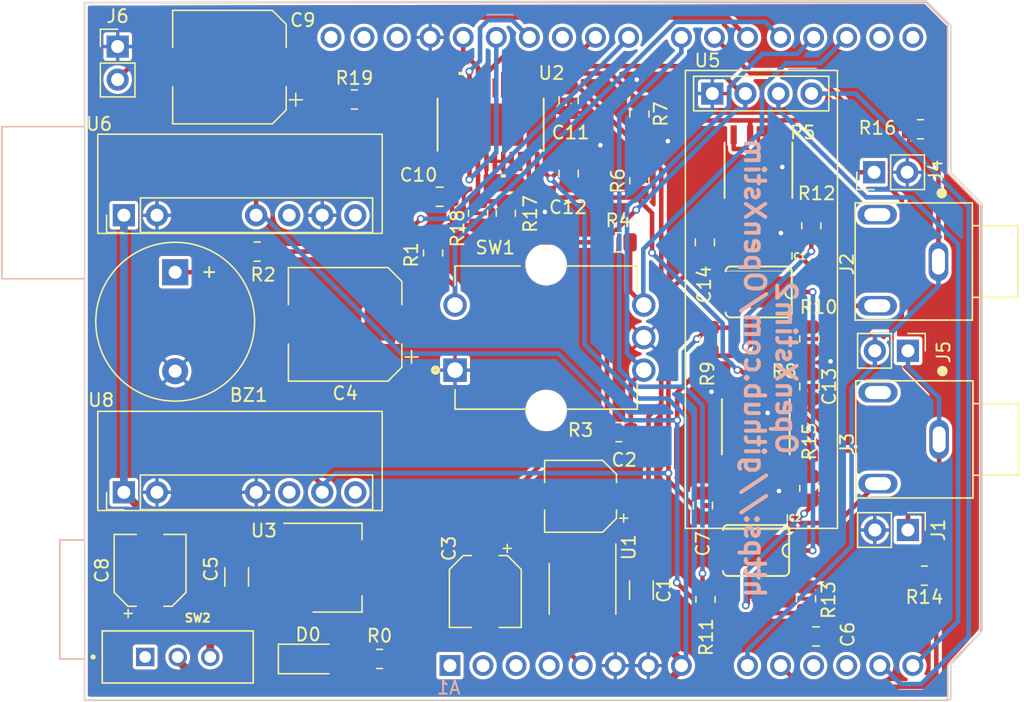
<source format=kicad_pcb>
(kicad_pcb (version 20211014) (generator pcbnew)
  (title_block (title "Programmable Constant Current Stimulator") (date "2023-05-22") (company "RehabExo Pty Ltd") (comment 1 "Dr Monzurul Alam"))
  (layers (0 "F.Cu" signal) (31 "B.Cu" signal) (34 "B.Paste" user) (35 "F.Paste" user) (36 "B.SilkS" user "B.Silkscreen") (37 "F.SilkS" user "F.Silkscreen") (38 "B.Mask" user) (39 "F.Mask" user) (44 "Edge.Cuts" user))
  (net 0 "")
  (net 5 "GND")
  (net 9 "/SDA")
  (net 10 "/SCL")
  (net 13 "/EN")
  (net 14 "/FLG")
  (net 15 "/+5V")
  (net 16 "/Tr")
  (net 17 "Net-(A1-Pad17)")
  (net 18 "Net-(A1-Pad18)")
  (net 19 "/CS")
  (net 20 "/SDI")
  (net 21 "/SCK")
  (net 25 "Net-(C2-Pad1)")
  (net 26 "Net-(C2-Pad2)")
  (net 27 "/+HV")
  (net 28 "Net-(IC1-Pad2)")
  (net 29 "Net-(IC1-Pad3)")
  (net 30 "Net-(IC1-Pad6)")
  (net 31 "/HEAT")
  (net 33 "/-HV")
  (net 34 "/+5P")
  (net 38 "Net-(A1-Pad19)")
  (net 39 "Net-(C5-Pad1)")
  (net 41 "Net-(D0-Pad2)")
  (net 42 "/+Vcc")
  (net 43 "/Mon1")
  (net 44 "/Mon2")
  (net 45 "Net-(A1-Pad23)")
  (net 46 "/SYNC")
  (net 47 "/SDO")
  (net 48 "Net-(BZ1-Pad1)")
  (net 49 "/-Vss")
  (net 50 "Net-(IC2-Pad2)")
  (net 51 "Net-(IC2-Pad3)")
  (net 52 "Net-(IC2-Pad6)")
  (net 53 "/Vi2")
  (net 54 "/Iout1")
  (net 55 "/Iout2")
  (net 56 "/Vi1")
  (net 57 "Net-(R17-Pad1)")
  (footprint "Resistor_SMD:R_0805_2012Metric" (layer "F.Cu") (at 238.2012 73.5076 180)
    (fp_text reference "R16")
    (fp_text value "10R")
  )
  (footprint "Capacitor_SMD:CP_Elec_5x5.3" (layer "F.Cu") (at 212.09 101.7016 180)
    (fp_text reference "C2")
    (fp_text value "10uF")
  )
  (footprint "RehabExo:RE_24_ADI" (layer "F.Cu") (at 205.1812 73.152 -90)
    (fp_text reference "U2")
    (fp_text value "AD5722AREZ")
  )
  (footprint "Resistor_SMD:R_0805_2012Metric" (layer "F.Cu") (at 229.6668 101.092 90)
    (fp_text reference "R15")
    (fp_text value "20R")
  )
  (footprint "Resistor_SMD:R_0805_2012Metric" (layer "F.Cu") (at 194.7164 71.2216)
    (fp_text reference "R19")
    (fp_text value "10K")
  )
  (footprint "Capacitor_SMD:C_0805_2012Metric" (layer "F.Cu") (at 230.1748 112.4712)
    (fp_text reference "C6")
    (fp_text value "100n")
  )
  (footprint "Resistor_SMD:R_0805_2012Metric" (layer "F.Cu") (at 229.8192 80.9225 90)
    (fp_text reference "R12")
    (fp_text value "20R")
  )
  (footprint "Resistor_SMD:R_0805_2012Metric" (layer "F.Cu") (at 187.2488 82.9056)
    (fp_text reference "R2")
    (fp_text value "100R")
  )
  (footprint "Capacitor_SMD:CP_Elec_5x5.3" (layer "F.Cu") (at 204.7748 109.0168 -90)
    (fp_text reference "C3")
    (fp_text value "10uF")
  )
  (footprint "Connector_PinHeader_2.54mm:PinHeader_1x02_P2.54mm_Vertical" (layer "F.Cu") (at 237.241 104.2924 -90)
    (fp_text reference "J1")
    (fp_text value "Test")
  )
  (footprint "Package_SO:SOIC-8_3.9x4.9mm_P1.27mm" (layer "F.Cu") (at 212.2424 108.8136 -90)
    (fp_text reference "U1")
    (fp_text value "ICL7660")
  )
  (footprint "Package_TO_SOT_SMD:SOT-223" (layer "F.Cu") (at 193.3956 107.188)
    (fp_text reference "U3")
    (fp_text value "AZ1117EH-5.0TRG1")
  )
  (footprint "Capacitor_SMD:C_0805_2012Metric" (layer "F.Cu") (at 211.1756 76.9112 90)
    (fp_text reference "C12")
    (fp_text value "100n")
  )
  (footprint "Capacitor_SMD:C_0805_2012Metric" (layer "F.Cu") (at 201.2696 78.6892 180)
    (fp_text reference "C10")
    (fp_text value "100n")
  )
  (footprint "RehabExo:SO08GP" (layer "F.Cu") (at 225.7552 86.0044 180)
    (fp_text reference "IC1")
    (fp_text value "OPA454")
  )
  (footprint "RehabExo:ENC_PEC12R-4025F-S0024" (layer "F.Cu") (at 209.4484 89.5096 180)
    (fp_text reference "SW1")
    (fp_text value "RotaryEncoder_Switch")
  )
  (footprint "RehabExo:SO08GP" (layer "F.Cu") (at 225.552 105.8672 180)
    (fp_text reference "IC2")
    (fp_text value "OPA454")
  )
  (footprint "RehabExo:CUI_MJ-2506N" (layer "F.Cu") (at 237.236 97.3328 180)
    (fp_text reference "J3")
    (fp_text value "OUTPUT")
  )
  (footprint "Buzzer_Beeper:Buzzer_12x9.5RM7.6" (layer "F.Cu") (at 180.9496 84.4904 -90)
    (fp_text reference "BZ1")
    (fp_text value "Buzzer")
  )
  (footprint "Resistor_SMD:R_0805_2012Metric" (layer "F.Cu") (at 214.9856 82.1944)
    (fp_text reference "R4")
    (fp_text value "10K")
  )
  (footprint "Resistor_SMD:R_0805_2012Metric" (layer "F.Cu") (at 196.6468 114.1984)
    (fp_text reference "R0")
    (fp_text value "270R")
  )
  (footprint "Capacitor_SMD:C_0805_2012Metric" (layer "F.Cu") (at 221.488 102.4128 90)
    (fp_text reference "C7")
    (fp_text value "100n")
  )
  (footprint "Connector_PinHeader_2.54mm:PinHeader_1x02_P2.54mm_Vertical" (layer "F.Cu") (at 234.6402 76.8096 90)
    (fp_text reference "J4")
    (fp_text value "Test")
  )
  (footprint "RehabExo:NMT0572SC" (layer "F.Cu") (at 185.928 101.3968)
    (fp_text reference "U8")
    (fp_text value "NMT0572SC")
  )
  (footprint "RehabExo:ORN_VIS" (layer "F.Cu") (at 225.552 96.3676 -90)
    (fp_text reference "R8")
    (fp_text value "ORNTA2502AT1")
  )
  (footprint "LED_SMD:LED_1206_3216Metric" (layer "F.Cu") (at 191.1604 114.1984)
    (fp_text reference "D0")
    (fp_text value "LED")
  )
  (footprint "Capacitor_SMD:C_1206_3216Metric" (layer "F.Cu") (at 216.7636 108.9152 90)
    (fp_text reference "C1")
    (fp_text value "10uF")
  )
  (footprint "Resistor_SMD:R_0805_2012Metric" (layer "F.Cu") (at 229.4128 109.5756 90)
    (fp_text reference "R13")
    (fp_text value "1M")
  )
  (footprint "Resistor_SMD:R_0805_2012Metric" (layer "F.Cu") (at 221.6912 109.6264 90)
    (fp_text reference "R11")
    (fp_text value "1M")
  )
  (footprint "Capacitor_SMD:C_0805_2012Metric" (layer "F.Cu") (at 211.1756 71.2724 90)
    (fp_text reference "C11")
    (fp_text value "100n")
  )
  (footprint "Resistor_SMD:R_0805_2012Metric" (layer "F.Cu") (at 206.3496 79.9592 -90)
    (fp_text reference "R17")
    (fp_text value "1K")
  )
  (footprint "RehabExo:MDOB128032GV-WI" (layer "F.Cu") (at 225.6028 70.7644)
    (fp_text reference "U5")
    (fp_text value "MDOB128032")
  )
  (footprint "Resistor_SMD:R_0805_2012Metric" (layer "F.Cu") (at 221.996 89.662 90)
    (fp_text reference "R9")
    (fp_text value "1M")
  )
  (footprint "Resistor_SMD:R_0805_2012Metric" (layer "F.Cu") (at 216.6112 72.3392 -90)
    (fp_text reference "R7")
    (fp_text value "1M")
  )
  (footprint "RehabExo:CUI_MJ-2506N" (layer "F.Cu") (at 237.1852 83.6676 180)
    (fp_text reference "J2")
    (fp_text value "OUTPUT")
  )
  (footprint "Capacitor_SMD:C_0805_2012Metric" (layer "F.Cu") (at 221.6404 82.1944 90)
    (fp_text reference "C14")
    (fp_text value "100n")
  )
  (footprint "Resistor_SMD:R_0805_2012Metric" (layer "F.Cu") (at 229.6668 89.6112 90)
    (fp_text reference "R10")
    (fp_text value "1M")
  )
  (footprint "Capacitor_SMD:CP_Elec_8x10.5" (layer "F.Cu") (at 185.1152 68.7324 180)
    (fp_text reference "C9")
    (fp_text value "10uF")
  )
  (footprint "Resistor_SMD:R_0805_2012Metric" (layer "F.Cu") (at 204.216 79.9592 90)
    (fp_text reference "R18")
    (fp_text value "1K")
  )
  (footprint "RehabExo:NMT0572SC" (layer "F.Cu") (at 185.928 80.1116)
    (fp_text reference "U6")
    (fp_text value "NMT0572SC")
  )
  (footprint "Connector_PinHeader_2.54mm:PinHeader_1x02_P2.54mm_Vertical" (layer "F.Cu") (at 176.53 67.1526)
    (fp_text reference "J6")
    (fp_text value "Test")
  )
  (footprint "Resistor_SMD:R_0805_2012Metric" (layer "F.Cu") (at 216.6112 77.47 90)
    (fp_text reference "R6")
    (fp_text value "1M")
  )
  (footprint "Resistor_SMD:R_0805_2012Metric" (layer "F.Cu") (at 238.506 107.7976 180)
    (fp_text reference "R14")
    (fp_text value "10R")
  )
  (footprint "Resistor_SMD:R_0805_2012Metric" (layer "F.Cu") (at 215.0345 96.774)
    (fp_text reference "R3")
    (fp_text value "10K")
  )
  (footprint "RehabExo:SW_MINI-SPDT-SW" (layer "F.Cu") (at 181.1451 114.046)
    (fp_text reference "SW2")
    (fp_text value "SW_SPDT")
  )
  (footprint "Capacitor_SMD:CP_Elec_5x5.4" (layer "F.Cu") (at 179.0192 107.3912 90)
    (fp_text reference "C8")
    (fp_text value "22uF")
  )
  (footprint "RehabExo:ORN_VIS" (layer "F.Cu") (at 225.7552 76.6572 -90)
    (fp_text reference "R5")
    (fp_text value "ORNTA2502AT1")
  )
  (footprint "Capacitor_SMD:C_0805_2012Metric" (layer "F.Cu") (at 229.6668 93.2688 -90)
    (fp_text reference "C13")
    (fp_text value "100n")
  )
  (footprint "Connector_PinHeader_2.54mm:PinHeader_1x02_P2.54mm_Vertical" (layer "F.Cu") (at 237.241 90.5256 -90)
    (fp_text reference "J5")
    (fp_text value "Test")
  )
  (footprint "Capacitor_SMD:C_1206_3216Metric" (layer "F.Cu") (at 185.674 107.8992 90)
    (fp_text reference "C5")
    (fp_text value "10uF")
  )
  (footprint "Resistor_SMD:R_0805_2012Metric" (layer "F.Cu") (at 200.7616 83.0072 -90)
    (fp_text reference "R1")
    (fp_text value "10K")
  )
  (footprint "Capacitor_SMD:CP_Elec_8x10.5" (layer "F.Cu") (at 194.0052 88.4936 180)
    (fp_text reference "C4")
    (fp_text value "10uF")
  )
  (footprint "Module:Arduino_UNO_R3" (layer "B.Cu") (at 202.057 114.7064)
    (fp_text reference "A1")
    (fp_text value "Arduino_UNO_R3")
  )
  (gr_poly (pts (xy 240.538 65.532) (xy 240.538 76.835) (xy 242.951 79.248) (xy 242.951 112.014) (xy 240.538 114.681) (xy 240.538 117.348) (xy 173.99 117.348) (xy 173.99 63.754) (xy 174.117 63.754) (xy 238.633 63.627)) (layer "Edge.Cuts") (width 0.1) (fill none))
  (gr_text "OpenXstim2\nhttps://github.com/OpenXstim" (at 226.6696 91.8464 270) (layer "B.SilkS") (effects (font (size 1.5 1.5) (thickness 0.3)) (justify mirror)))
  (via (at 213.614 74.7268) (size 0.6) (drill 0.35) (layers "F.Cu" "B.Cu") (net 5))
  (via (at 222.1484 93.6752) (size 0.6) (drill 0.35) (layers "F.Cu" "B.Cu") (net 5))
  (via (at 227.33 101.2952) (size 0.6) (drill 0.35) (layers "F.Cu" "B.Cu") (net 5))
  (via (at 216.408 69.6976) (size 0.6) (drill 0.35) (layers "F.Cu" "B.Cu") (net 5))
  (via (at 209.3468 79.8576) (size 0.6) (drill 0.35) (layers "F.Cu" "B.Cu") (net 5))
  (via (at 231.2924 91.3384) (size 0.6) (drill 0.35) (layers "F.Cu" "B.Cu") (net 5))
  (via (at 227.4824 81.4832) (size 0.6) (drill 0.35) (layers "F.Cu" "B.Cu") (net 5))
  (via (at 218.7956 74.422) (size 0.6) (drill 0.35) (layers "F.Cu" "B.Cu") (net 5))
  (via (at 226.4664 95.3008) (size 0.6) (drill 0.35) (layers "F.Cu" "B.Cu") (net 5))
  (via (at 227.584 76.4032) (size 0.6) (drill 0.35) (layers "F.Cu" "B.Cu") (net 5))
  (segment (start 233.2228 70.7644) (end 229.8328 70.7644) (width 0.35) (layer "B.Cu") (net 9))
  (segment (start 241.9096 79.4512) (end 233.2228 70.7644) (width 0.35) (layer "B.Cu") (net 9))
  (segment (start 238.252 116.1288) (end 241.9096 112.4712) (width 0.35) (layer "B.Cu") (net 9))
  (segment (start 235.2548 114.7064) (end 236.6772 116.1288) (width 0.35) (layer "B.Cu") (net 9))
  (segment (start 241.9096 112.4712) (end 241.9096 79.4512) (width 0.35) (layer "B.Cu") (net 9))
  (segment (start 235.077 114.7064) (end 235.2548 114.7064) (width 0.35) (layer "B.Cu") (net 9))
  (segment (start 236.6772 116.1288) (end 238.252 116.1288) (width 0.35) (layer "B.Cu") (net 9))
  (segment (start 237.6932 114.7064) (end 241.0968 111.3028) (width 0.35) (layer "B.Cu") (net 10))
  (segment (start 241.0968 111.3028) (end 241.0968 82.3468) (width 0.35) (layer "B.Cu") (net 10))
  (segment (start 234.0433 78.74) (end 227.2928 71.9895) (width 0.35) (layer "B.Cu") (net 10))
  (segment (start 237.617 114.7064) (end 237.6932 114.7064) (width 0.35) (layer "B.Cu") (net 10))
  (segment (start 241.0968 82.3468) (end 237.49 78.74) (width 0.35) (layer "B.Cu") (net 10))
  (segment (start 227.2928 71.9895) (end 227.2928 70.7644) (width 0.35) (layer "B.Cu") (net 10))
  (segment (start 237.49 78.74) (end 234.0433 78.74) (width 0.35) (layer "B.Cu") (net 10))
  (segment (start 227.4811 108.6631) (end 227.477 108.6672) (width 0.35) (layer "F.Cu") (net 13))
  (segment (start 225.1506 69.22) (end 230.0919 69.22) (width 0.35) (layer "F.Cu") (net 13))
  (segment (start 235.971 91.5371) (end 238.4662 94.0323) (width 0.35) (layer "F.Cu") (net 13))
  (segment (start 230.0919 69.22) (end 235.8654 74.9935) (width 0.35) (layer "F.Cu") (net 13))
  (segment (start 235.8654 78.0347) (end 236.7738 78.9431) (width 0.35) (layer "F.Cu") (net 13))
  (segment (start 235.8654 74.9935) (end 235.8654 78.0347) (width 0.35) (layer "F.Cu") (net 13))
  (segment (start 235.971 88.6987) (end 229.6668 88.6987) (width 0.35) (layer "F.Cu") (net 13))
  (segment (start 222.377 66.4464) (end 225.1506 69.22) (width 0.35) (layer "F.Cu") (net 13))
  (segment (start 238.4662 105.327) (end 235.1301 108.6631) (width 0.35) (layer "F.Cu") (net 13))
  (segment (start 236.7738 78.9431) (end 236.7738 87.8959) (width 0.35) (layer "F.Cu") (net 13))
  (segment (start 235.971 88.6987) (end 235.971 91.5371) (width 0.35) (layer "F.Cu") (net 13))
  (segment (start 236.7738 87.8959) (end 235.971 88.6987) (width 0.35) (layer "F.Cu") (net 13))
  (segment (start 238.4662 94.0323) (end 238.4662 105.327) (width 0.35) (layer "F.Cu") (net 13))
  (segment (start 229.4128 108.6631) (end 227.4811 108.6631) (width 0.35) (layer "F.Cu") (net 13))
  (segment (start 235.1301 108.6631) (end 229.4128 108.6631) (width 0.35) (layer "F.Cu") (net 13))
  (segment (start 229.6668 88.6987) (end 227.7859 88.6987) (width 0.35) (layer "F.Cu") (net 13))
  (segment (start 227.7859 88.6987) (end 227.6802 88.8044) (width 0.35) (layer "F.Cu") (net 13))
  (segment (start 221.996 88.7495) (end 223.8153 88.7495) (width 0.35) (layer "F.Cu") (net 14))
  (segment (start 221.7058 108.6993) (end 221.6912 108.7139) (width 0.35) (layer "F.Cu") (net 14))
  (segment (start 221.4585 107.6263) (end 221.4585 108.4199) (width 0.35) (layer "F.Cu") (net 14))
  (segment (start 221.8938 88.7495) (end 221.0261 89.6172) (width 0.35) (layer "F.Cu") (net 14))
  (segment (start 221.7058 108.6672) (end 221.7058 108.6993) (width 0.35) (layer "F.Cu") (net 14))
  (segment (start 221.996 88.7495) (end 221.8938 88.7495) (width 0.35) (layer "F.Cu") (net 14))
  (segment (start 221.4585 108.4199) (end 221.7058 108.6672) (width 0.35) (layer "F.Cu") (net 14))
  (segment (start 223.667 108.6672) (end 221.7058 108.6672) (width 0.35) (layer "F.Cu") (net 14))
  (segment (start 223.8153 88.7495) (end 223.8702 88.8044) (width 0.35) (layer "F.Cu") (net 14))
  (via (at 221.0261 89.6172) (size 0.6) (drill 0.35) (layers "F.Cu" "B.Cu") (net 14))
  (via (at 221.4585 107.6263) (size 0.6) (drill 0.35) (layers "F.Cu" "B.Cu") (net 14))
  (segment (start 216.4113 93.2848) (end 215.0662 91.9397) (width 0.35) (layer "B.Cu") (net 14))
  (segment (start 221.0261 89.6172) (end 220.0294 90.6139) (width 0.35) (layer "B.Cu") (net 14))
  (segment (start 221.4585 94.7139) (end 221.4585 107.6263) (width 0.35) (layer "B.Cu") (net 14))
  (segment (start 215.0662 91.9397) (end 215.0662 72.3923) (width 0.35) (layer "B.Cu") (net 14))
  (segment (start 220.0294 93.2848) (end 216.4113 93.2848) (width 0.35) (layer "B.Cu") (net 14))
  (segment (start 219.837 66.4464) (end 219.837 67.6215) (width 0.35) (layer "B.Cu") (net 14))
  (segment (start 220.0294 90.6139) (end 220.0294 93.2848) (width 0.35) (layer "B.Cu") (net 14))
  (segment (start 220.0294 93.2848) (end 221.4585 94.7139) (width 0.35) (layer "B.Cu") (net 14))
  (segment (start 215.0662 72.3923) (end 219.837 67.6215) (width 0.35) (layer "B.Cu") (net 14))
  (segment (start 202.2562 70.8795) (end 202.2562 71.4443) (width 0.35) (layer "F.Cu") (net 15))
  (segment (start 210.8962 113.3856) (end 203.962 113.3856) (width 0.35) (layer "F.Cu") (net 15))
  (segment (start 203.962 113.3856) (end 203.2508 112.6744) (width 0.35) (layer "F.Cu") (net 15))
  (segment (start 202.2196 78.6892) (end 202.2562 78.6526) (width 0.35) (layer "F.Cu") (net 15))
  (segment (start 216.3667 79.6962) (end 214.0731 81.9898) (width 0.35) (layer "F.Cu") (net 15))
  (segment (start 222.3729 68.6535) (end 224.4838 70.7644) (width 0.35) (layer "F.Cu") (net 15))
  (segment (start 206.1562 69.2209) (end 206.7236 68.6535) (width 0.35) (layer "F.Cu") (net 15))
  (segment (start 202.2562 70.3326) (end 202.2562 70.8795) (width 0.35) (layer "F.Cu") (net 15))
  (segment (start 201.9846 80.8717) (end 202.2196 80.8717) (width 0.35) (layer "F.Cu") (net 15))
  (segment (start 205.5387 82.1944) (end 204.216 80.8717) (width 0.35) (layer "F.Cu") (net 15))
  (segment (start 195.6289 71.2216) (end 195.8516 71.4443) (width 0.35) (layer "F.Cu") (net 15))
  (segment (start 202.2196 80.8717) (end 202.2196 78.6892) (width 0.35) (layer "F.Cu") (net 15))
  (segment (start 202.2562 78.6526) (end 202.2562 75.9714) (width 0.35) (layer "F.Cu") (net 15))
  (segment (start 195.8516 71.4443) (end 202.2562 71.4443) (width 0.35) (layer "F.Cu") (net 15))
  (segment (start 211.5312 96.774) (end 214.122 96.774) (width 0.35) (layer "F.Cu") (net 15))
  (segment (start 214.0731 82.1944) (end 205.5387 82.1944) (width 0.35) (layer "F.Cu") (net 15))
  (segment (start 203.2508 105.0544) (end 211.5312 96.774) (width 0.35) (layer "F.Cu") (net 15))
  (segment (start 202.2562 75.9714) (end 202.2562 71.4443) (width 0.35) (layer "F.Cu") (net 15))
  (segment (start 224.4838 70.7644) (end 224.7528 70.7644) (width 0.35) (layer "F.Cu") (net 15))
  (segment (start 214.0731 81.9898) (end 214.0731 82.1944) (width 0.35) (layer "F.Cu") (net 15))
  (segment (start 206.1562 70.3326) (end 206.1562 69.2209) (width 0.35) (layer "F.Cu") (net 15))
  (segment (start 203.2508 112.6744) (end 203.2508 105.0544) (width 0.35) (layer "F.Cu") (net 15))
  (segment (start 202.3593 70.8795) (end 202.9062 70.3326) (width 0.35) (layer "F.Cu") (net 15))
  (segment (start 200.7616 82.0947) (end 201.9846 80.8717) (width 0.35) (layer "F.Cu") (net 15))
  (segment (start 202.2196 80.8717) (end 204.216 80.8717) (width 0.35) (layer "F.Cu") (net 15))
  (segment (start 206.7236 68.6535) (end 222.3729 68.6535) (width 0.35) (layer "F.Cu") (net 15))
  (segment (start 202.2562 70.8795) (end 202.3593 70.8795) (width 0.35) (layer "F.Cu") (net 15))
  (segment (start 212.217 114.7064) (end 210.8962 113.3856) (width 0.35) (layer "F.Cu") (net 15))
  (segment (start 214.122 96.774) (end 214.122 82.2433) (width 0.35) (layer "F.Cu") (net 15))
  (segment (start 214.122 82.2433) (end 214.0731 82.1944) (width 0.35) (layer "F.Cu") (net 15))
  (via (at 216.3667 79.6962) (size 0.6) (drill 0.35) (layers "F.Cu" "B.Cu") (net 15))
  (segment (start 224.0734 71.9895) (end 216.3667 79.6962) (width 0.35) (layer "B.Cu") (net 15))
  (segment (start 224.7528 70.7644) (end 224.7528 71.9895) (width 0.35) (layer "B.Cu") (net 15))
  (segment (start 224.7528 71.9895) (end 224.0734 71.9895) (width 0.35) (layer "B.Cu") (net 15))
  (segment (start 198.628 67.9704) (end 195.2752 67.9704) (width 0.35) (layer "F.Cu") (net 16))
  (segment (start 224.917 66.4464) (end 223.393 64.9224) (width 0.35) (layer "F.Cu") (net 16))
  (segment (start 193.8039 69.3439) (end 193.8039 71.2216) (width 0.35) (layer "F.Cu") (net 16))
  (segment (start 176.53 69.6926) (end 176.53 69.6468) (width 0.35) (layer "F.Cu") (net 16))
  (segment (start 223.393 64.9224) (end 200.1012 64.9224) (width 0.35) (layer "F.Cu") (net 16))
  (segment (start 176.53 69.6468) (end 179.3748 66.802) (width 0.35) (layer "F.Cu") (net 16))
  (segment (start 199.267 65.7566) (end 199.267 67.3314) (width 0.35) (layer "F.Cu") (net 16))
  (segment (start 195.2752 67.9704) (end 193.802 69.4436) (width 0.35) (layer "F.Cu") (net 16))
  (segment (start 200.1012 64.9224) (end 199.267 65.7566) (width 0.35) (layer "F.Cu") (net 16))
  (segment (start 191.262 66.802) (end 193.8039 69.3439) (width 0.35) (layer "F.Cu") (net 16))
  (segment (start 179.3748 66.802) (end 191.262 66.802) (width 0.35) (layer "F.Cu") (net 16))
  (segment (start 199.267 67.3314) (end 198.628 67.9704) (width 0.35) (layer "F.Cu") (net 16))
  (segment (start 216.9484 87.0096) (end 215.8981 85.9593) (width 0.35) (layer "F.Cu") (net 17))
  (segment (start 215.8981 85.9593) (end 215.8981 82.1944) (width 0.35) (layer "F.Cu") (net 17))
  (segment (start 226.0229 73.6049) (end 216.91 82.7178) (width 0.35) (layer "B.Cu") (net 17))
  (segment (start 232.5116 66.4464) (end 230.5304 68.4276) (width 0.35) (layer "B.Cu") (net 17))
  (segment (start 216.91 86.9712) (end 216.9484 87.0096) (width 0.35) (layer "B.Cu") (net 17))
  (segment (start 230.5304 68.4276) (end 227.8874 68.4276) (width 0.35) (layer "B.Cu") (net 17))
  (segment (start 226.0229 70.2921) (end 226.0229 73.6049) (width 0.35) (layer "B.Cu") (net 17))
  (segment (start 216.91 82.7178) (end 216.91 86.9712) (width 0.35) (layer "B.Cu") (net 17))
  (segment (start 227.8874 68.4276) (end 226.0229 70.2921) (width 0.35) (layer "B.Cu") (net 17))
  (segment (start 232.537 66.4464) (end 232.5116 66.4464) (width 0.35) (layer "B.Cu") (net 17))
  (segment (start 216.9484 92.0096) (end 215.947 93.011) (width 0.35) (layer "F.Cu") (net 18))
  (segment (start 215.947 93.011) (end 215.947 96.774) (width 0.35) (layer "F.Cu") (net 18))
  (segment (start 223.5189 70.2531) (end 223.5189 71.7478) (width 0.35) (layer "B.Cu") (net 18))
  (segment (start 223.5189 71.7478) (end 216.2643 79.0024) (width 0.35) (layer "B.Cu") (net 18))
  (segment (start 216.2643 79.0024) (end 216.1058 79.0024) (width 0.35) (layer "B.Cu") (net 18))
  (segment (start 229.997 66.4464) (end 228.727 67.7164) (width 0.35) (layer "B.Cu") (net 18))
  (segment (start 215.6613 90.7225) (end 216.9484 92.0096) (width 0.35) (layer "B.Cu") (net 18))
  (segment (start 228.727 67.7164) (end 226.0556 67.7164) (width 0.35) (layer "B.Cu") (net 18))
  (segment (start 216.1058 79.0024) (end 215.6613 79.4469) (width 0.35) (layer "B.Cu") (net 18))
  (segment (start 215.6613 79.4469) (end 215.6613 90.7225) (width 0.35) (layer "B.Cu") (net 18))
  (segment (start 226.0556 67.7164) (end 223.5189 70.2531) (width 0.35) (layer "B.Cu") (net 18))
  (segment (start 203.5442 69.2089) (end 203.5562 69.2209) (width 0.35) (layer "F.Cu") (net 20))
  (segment (start 203.5442 69.0672) (end 203.5442 69.2089) (width 0.35) (layer "F.Cu") (net 20))
  (segment (start 203.5562 70.3326) (end 203.5562 69.2209) (width 0.35) (layer "F.Cu") (net 20))
  (via (at 203.5442 69.0672) (size 0.6) (drill 0.35) (layers "F.Cu" "B.Cu") (net 20))
  (segment (start 208.157 66.4464) (end 206.8362 65.1256) (width 0.35) (layer "B.Cu") (net 20))
  (segment (start 204.3684 65.7352) (end 204.3684 68.243) (width 0.35) (layer "B.Cu") (net 20))
  (segment (start 204.3684 68.243) (end 203.5442 69.0672) (width 0.35) (layer "B.Cu") (net 20))
  (segment (start 206.8362 65.1256) (end 204.978 65.1256) (width 0.35) (layer "B.Cu") (net 20))
  (segment (start 204.978 65.1256) (end 204.3684 65.7352) (width 0.35) (layer "B.Cu") (net 20))
  (segment (start 204.2062 70.3326) (end 204.2193 70.3195) (width 0.35) (layer "F.Cu") (net 21))
  (segment (start 204.2193 68.7638) (end 203.077 67.6215) (width 0.35) (layer "F.Cu") (net 21))
  (segment (start 204.2193 70.3195) (end 204.2193 68.7638) (width 0.35) (layer "F.Cu") (net 21))
  (segment (start 203.077 66.4464) (end 203.077 67.6215) (width 0.35) (layer "F.Cu") (net 21))
  (segment (start 212.8774 103.1142) (end 214.29 101.7016) (width 0.35) (layer "F.Cu") (net 25))
  (segment (start 212.8774 106.3386) (end 212.8774 103.1142) (width 0.35) (layer "F.Cu") (net 25))
  (segment (start 210.3374 106.3386) (end 209.89 105.8912) (width 0.35) (layer "F.Cu") (net 26))
  (segment (start 209.89 105.8912) (end 209.89 101.7016) (width 0.35) (layer "F.Cu") (net 26))
  (segment (start 229.6668 92.3188) (end 229.6668 90.5237) (width 0.35) (layer "F.Cu") (net 27))
  (segment (start 226.8544 90.5237) (end 226.4102 90.0795) (width 0.35) (layer "F.Cu") (net 27))
  (segment (start 221.9262 110.7739) (end 225.3754 110.7739) (width 0.35) (layer "F.Cu") (net 27))
  (segment (start 229.6668 90.5237) (end 226.8544 90.5237) (width 0.35) (layer "F.Cu") (net 27))
  (segment (start 229.2248 110.6761) (end 226.9408 110.6761) (width 0.35) (layer "F.Cu") (net 27))
  (segment (start 225.3754 110.7739) (end 226.207 109.9423) (width 0.35) (layer "F.Cu") (net 27))
  (segment (start 225.5843 90.9054) (end 222.3269 90.9054) (width 0.35) (layer "F.Cu") (net 27))
  (segment (start 226.9408 110.6761) (end 226.207 109.9423) (width 0.35) (layer "F.Cu") (net 27))
  (segment (start 222.3269 90.9054) (end 219.5149 93.7174) (width 0.35) (layer "F.Cu") (net 27))
  (segment (start 187.168 80.1116) (end 187.168 70.3796) (width 0.35) (layer "F.Cu") (net 27))
  (segment (start 187.168 70.3796) (end 188.8152 68.7324) (width 0.35) (layer "F.Cu") (net 27))
  (segment (start 229.2248 110.6761) (end 229.4128 110.4881) (width 0.35) (layer "F.Cu") (net 27))
  (segment (start 222.3269 90.9054) (end 221.996 90.5745) (width 0.35) (layer "F.Cu") (net 27))
  (segment (start 229.2248 112.4712) (end 229.2248 110.6761) (width 0.35) (layer "F.Cu") (net 27))
  (segment (start 226.4102 88.8044) (end 226.4102 90.0795) (width 0.35) (layer "F.Cu") (net 27))
  (segment (start 219.4846 108.3323) (end 221.6912 110.5389) (width 0.35) (layer "F.Cu") (net 27))
  (segment (start 226.207 108.6672) (end 226.207 109.9423) (width 0.35) (layer "F.Cu") (net 27))
  (segment (start 219.5149 93.7174) (end 219.5149 95.8616) (width 0.35) (layer "F.Cu") (net 27))
  (segment (start 221.6912 110.5389) (end 221.9262 110.7739) (width 0.35) (layer "F.Cu") (net 27))
  (segment (start 226.4102 90.0795) (end 225.5843 90.9054) (width 0.35) (layer "F.Cu") (net 27))
  (via (at 219.5149 95.8616) (size 0.6) (drill 0.35) (layers "F.Cu" "B.Cu") (net 27))
  (via (at 219.4846 108.3323) (size 0.6) (drill 0.35) (layers "F.Cu" "B.Cu") (net 27))
  (segment (start 219.5149 95.8615) (end 219.5149 95.8616) (width 0.35) (layer "B.Cu") (net 27))
  (segment (start 198.3288 90.7344) (end 210.3797 90.7344) (width 0.35) (layer "B.Cu") (net 27))
  (segment (start 219.5149 95.8616) (end 219.5149 108.302) (width 0.35) (layer "B.Cu") (net 27))
  (segment (start 219.5149 108.302) (end 219.4846 108.3323) (width 0.35) (layer "B.Cu") (net 27))
  (segment (start 215.5068 95.8615) (end 219.5149 95.8615) (width 0.35) (layer "B.Cu") (net 27))
  (segment (start 210.3797 90.7344) (end 215.5068 95.8615) (width 0.35) (layer "B.Cu") (net 27))
  (segment (start 187.168 80.1116) (end 187.706 80.1116) (width 0.35) (layer "B.Cu") (net 27))
  (segment (start 187.706 80.1116) (end 198.3288 90.7344) (width 0.35) (layer "B.Cu") (net 27))
  (segment (start 227.6602 79.3877) (end 227.6602 80.4867) (width 0.35) (layer "F.Cu") (net 28))
  (segment (start 227.6602 80.4867) (end 226.4102 80.4867) (width 0.35) (layer "F.Cu") (net 28))
  (segment (start 226.3902 79.3877) (end 226.3902 80.4867) (width 0.35) (layer "F.Cu") (net 28))
  (segment (start 226.4102 80.4867) (end 226.4102 83.2044) (width 0.35) (layer "F.Cu") (net 28))
  (segment (start 226.4102 80.4867) (end 226.3902 80.4867) (width 0.35) (layer "F.Cu") (net 28))
  (segment (start 225.1202 79.9372) (end 225.1402 79.9572) (width 0.35) (layer "F.Cu") (net 29))
  (segment (start 225.1202 79.9372) (end 225.1202 80.4867) (width 0.35) (layer "F.Cu") (net 29))
  (segment (start 225.1402 79.9572) (end 225.1402 83.2044) (width 0.35) (layer "F.Cu") (net 29))
  (segment (start 223.8502 79.3877) (end 223.8502 80.4867) (width 0.35) (layer "F.Cu") (net 29))
  (segment (start 225.1202 79.3877) (end 225.1202 79.9372) (width 0.35) (layer "F.Cu") (net 29))
  (segment (start 225.1202 80.4867) (end 223.8502 80.4867) (width 0.35) (layer "F.Cu") (net 29))
  (segment (start 227.6602 75.0257) (end 230.9045 78.27) (width 0.35) (layer "F.Cu") (net 30))
  (segment (start 224.9127 90.0795) (end 224.7856 90.2066) (width 0.35) (layer "F.Cu") (net 30))
  (segment (start 225.1402 90.0795) (end 224.9127 90.0795) (width 0.35) (layer "F.Cu") (net 30))
  (segment (start 229.8192 82.8804) (end 229.8192 81.835) (width 0.35) (layer "F.Cu") (net 30))
  (segment (start 227.6602 73.9267) (end 227.6602 75.0257) (width 0.35) (layer "F.Cu") (net 30))
  (segment (start 230.9045 80.7497) (end 229.8192 81.835) (width 0.35) (layer "F.Cu") (net 30))
  (segment (start 225.1402 88.8044) (end 225.1402 90.0795) (width 0.35) (layer "F.Cu") (net 30))
  (segment (start 230.9045 78.27) (end 230.9045 80.7497) (width 0.35) (layer "F.Cu") (net 30))
  (via (at 229.8192 82.8804) (size 0.6) (drill 0.35) (layers "F.Cu" "B.Cu") (net 30))
  (via (at 224.7856 90.2066) (size 0.6) (drill 0.35) (layers "F.Cu" "B.Cu") (net 30))
  (segment (start 224.7856 90.2066) (end 224.7856 87.914) (width 0.35) (layer "B.Cu") (net 30))
  (segment (start 224.7856 87.914) (end 229.8192 82.8804) (width 0.35) (layer "B.Cu") (net 30))
  (segment (start 229.9208 86.0044) (end 225.7552 86.0044) (width 0.35) (layer "F.Cu") (net 31))
  (segment (start 229.9208 105.8672) (end 225.552 105.8672) (width 0.35) (layer "F.Cu") (net 31))
  (via (at 229.9208 105.8672) (size 0.6) (drill 0.35) (layers "F.Cu" "B.Cu") (net 31))
  (via (at 229.9208 86.0044) (size 0.6) (drill 0.35) (layers "F.Cu" "B.Cu") (net 31))
  (segment (start 229.9439 105.8441) (end 229.9439 86.0275) (width 0.35) (layer "B.Cu") (net 31))
  (segment (start 229.9208 105.8672) (end 229.9439 105.8441) (width 0.35) (layer "B.Cu") (net 31))
  (segment (start 229.9439 86.0275) (end 229.9208 86.0044) (width 0.35) (layer "B.Cu") (net 31))
  (segment (start 223.5855 103.1487) (end 223.667 103.0672) (width 0.35) (layer "F.Cu") (net 33))
  (segment (start 218.83902 86.00578) (end 221.6404 83.2044) (width 0.35) (layer "F.Cu") (net 33))
  (segment (start 218.8397 99.9247) (end 218.83902 99.92402) (width 0.35) (layer "F.Cu") (net 33))
  (segment (start 221.488 103.1487) (end 223.5855 103.1487) (width 0.35) (layer "F.Cu") (net 33))
  (segment (start 221.488 103.3628) (end 221.488 103.1487) (width 0.35) (layer "F.Cu") (net 33))
  (segment (start 221.6404 83.2044) (end 223.8702 83.2044) (width 0.35) (layer "F.Cu") (net 33))
  (segment (start 218.8397 100.5004) (end 218.8397 99.9247) (width 0.35) (layer "F.Cu") (net 33))
  (segment (start 190.3052 88.4936) (end 190.3052 98.916) (width 0.35) (layer "F.Cu") (net 33))
  (segment (start 192.248 100.8588) (end 192.248 101.3968) (width 0.35) (layer "F.Cu") (net 33))
  (segment (start 221.488 103.1487) (end 218.8397 100.5004) (width 0.35) (layer "F.Cu") (net 33))
  (segment (start 190.3052 98.916) (end 192.248 100.8588) (width 0.35) (layer "F.Cu") (net 33))
  (segment (start 221.6404 83.2044) (end 221.6404 83.1444) (width 0.35) (layer "F.Cu") (net 33))
  (segment (start 218.83902 99.92402) (end 218.83902 86.00578) (width 0.35) (layer "F.Cu") (net 33))
  (via (at 218.8397 99.9247) (size 0.6) (drill 0.35) (layers "F.Cu" "B.Cu") (net 33))
  (segment (start 192.248 100.9188) (end 193.242 99.9248) (width 0.35) (layer "B.Cu") (net 33))
  (segment (start 193.242 99.9248) (end 218.8397 99.9248) (width 0.35) (layer "B.Cu") (net 33))
  (segment (start 218.8397 99.9248) (end 218.8397 99.9247) (width 0.35) (layer "B.Cu") (net 33))
  (segment (start 192.248 101.3968) (end 192.248 100.9188) (width 0.35) (layer "B.Cu") (net 33))
  (segment (start 197.5593 113.6377) (end 191.1096 107.188) (width 0.6) (layer "F.Cu") (net 34))
  (segment (start 197.5593 114.1984) (end 197.5593 113.6377) (width 0.6) (layer "F.Cu") (net 34))
  (segment (start 180.8832 109.5912) (end 179.8672 109.5912) (width 0.6) (layer "F.Cu") (net 34))
  (segment (start 190.5489 107.188) (end 190.2456 107.188) (width 0.35) (layer "F.Cu") (net 34))
  (segment (start 189.7884 107.6452) (end 182.2672 107.6452) (width 0.6) (layer "F.Cu") (net 34))
  (segment (start 182.01 107.388) (end 182.01 107.4484) (width 0.35) (layer "F.Cu") (net 34))
  (segment (start 180.0352 102.9716) (end 182.01 104.9464) (width 0.6) (layer "F.Cu") (net 34))
  (segment (start 189.8392 107.5944) (end 189.7884 107.6452) (width 0.6) (layer "F.Cu") (net 34))
  (segment (start 182.01 104.9464) (end 182.01 107.388) (width 0.6) (layer "F.Cu") (net 34))
  (segment (start 178.5828 102.9716) (end 180.0352 102.9716) (width 0.6) (layer "F.Cu") (net 34))
  (segment (start 179.8672 109.5912) (end 179.0192 109.5912) (width 0.35) (layer "F.Cu") (net 34))
  (segment (start 182.01 108.4644) (end 180.8832 109.5912) (width 0.6) (layer "F.Cu") (net 34))
  (segment (start 182.01 107.4484) (end 182.01 108.4644) (width 0.6) (layer "F.Cu") (net 34))
  (segment (start 190.2456 107.188) (end 189.8392 107.5944) (width 0.35) (layer "F.Cu") (net 34))
  (segment (start 191.1096 107.188) (end 190.5489 107.188) (width 0.6) (layer "F.Cu") (net 34))
  (segment (start 182.2672 107.6452) (end 182.2164 107.5944) (width 0.6) (layer "F.Cu") (net 34))
  (segment (start 177.008 101.3968) (end 178.5828 102.9716) (width 0.6) (layer "F.Cu") (net 34))
  (segment (start 182.2164 107.5944) (end 182.01 107.388) (width 0.35) (layer "F.Cu") (net 34))
  (segment (start 177.008 80.1116) (end 177.008 101.3968) (width 0.6) (layer "B.Cu") (net 34))
  (segment (start 200.7616 83.9197) (end 202.4484 85.6065) (width 0.35) (layer "F.Cu") (net 38))
  (segment (start 202.4484 85.6065) (end 202.4484 87.0096) (width 0.35) (layer "F.Cu") (net 38))
  (segment (start 226.2691 65.2585) (end 219.3627 65.2585) (width 0.35) (layer "B.Cu") (net 38))
  (segment (start 202.4484 82.1728) (end 202.4484 87.0096) (width 0.35) (layer "B.Cu") (net 38))
  (segment (start 227.457 66.4464) (end 226.2691 65.2585) (width 0.35) (layer "B.Cu") (net 38))
  (segment (start 219.3627 65.2585) (end 202.4484 82.1728) (width 0.35) (layer "B.Cu") (net 38))
  (segment (start 183.6451 114.046) (end 183.6451 111.5169) (width 0.6) (layer "F.Cu") (net 39))
  (segment (start 185.674 109.488) (end 188.8705 109.488) (width 0.6) (layer "F.Cu") (net 39))
  (segment (start 183.6451 111.5169) (end 185.674 109.488) (width 0.6) (layer "F.Cu") (net 39))
  (segment (start 190.2456 109.488) (end 188.8705 109.488) (width 0.6) (layer "F.Cu") (net 39))
  (segment (start 185.674 109.488) (end 185.674 109.3742) (width 0.35) (layer "F.Cu") (net 39))
  (segment (start 192.5604 114.1984) (end 195.7343 114.1984) (width 0.35) (layer "F.Cu") (net 41))
  (segment (start 208.7562 76.2637) (end 208.7562 75.9714) (width 0.35) (layer "F.Cu") (net 42))
  (segment (start 181.1451 114.046) (end 181.1451 114.3431) (width 0.45) (layer "F.Cu") (net 42))
  (segment (start 181.1959 114.3431) (end 183.134 116.2812) (width 0.6) (layer "F.Cu") (net 42))
  (segment (start 209.7969 77.3044) (end 208.7562 76.2637) (width 0.35) (layer "F.Cu") (net 42))
  (segment (start 216.7636 111.2886) (end 216.7636 110.3902) (width 0.55) (layer "F.Cu") (net 42))
  (segment (start 219.837 114.935) (end 219.837 114.7064) (width 0.45) (layer "F.Cu") (net 42))
  (segment (start 211.1756 75.9612) (end 211.1401 75.9612) (width 0.35) (layer "F.Cu") (net 42))
  (segment (start 181.1451 114.3431) (end 181.1959 114.3431) (width 0.6) (layer "F.Cu") (net 42))
  (segment (start 219.837 114.7064) (end 219.837 114.362) (width 0.35) (layer "F.Cu") (net 42))
  (segment (start 216.7636 111.2886) (end 214.1474 111.2886) (width 0.55) (layer "F.Cu") (net 42))
  (segment (start 219.837 114.362) (end 216.7636 111.2886) (width 0.55) (layer "F.Cu") (net 42))
  (segment (start 211.1401 75.9612) (end 209.7969 77.3044) (width 0.35) (layer "F.Cu") (net 42))
  (segment (start 183.134 116.2812) (end 218.4908 116.2812) (width 0.6) (layer "F.Cu") (net 42))
  (segment (start 218.4908 116.2812) (end 219.837 114.935) (width 0.6) (layer "F.Cu") (net 42))
  (via (at 209.7969 77.3044) (size 0.6) (drill 0.35) (layers "F.Cu" "B.Cu") (net 42))
  (segment (start 220.19 114.3534) (end 220.19 95.5819) (width 0.35) (layer "B.Cu") (net 42))
  (segment (start 212.4098 90.0612) (end 212.4098 79.9173) (width 0.35) (layer "B.Cu") (net 42))
  (segment (start 218.7975 94.1894) (end 216.538 94.1894) (width 0.35) (layer "B.Cu") (net 42))
  (segment (start 212.4098 79.9173) (end 209.7969 77.3044) (width 0.35) (layer "B.Cu") (net 42))
  (segment (start 216.538 94.1894) (end 212.4098 90.0612) (width 0.35) (layer "B.Cu") (net 42))
  (segment (start 220.19 95.5819) (end 218.7975 94.1894) (width 0.35) (layer "B.Cu") (net 42))
  (segment (start 219.837 114.7064) (end 220.19 114.3534) (width 0.35) (layer "B.Cu") (net 42))
  (segment (start 239.5852 83.6676) (end 239.5852 73.9791) (width 0.35) (layer "F.Cu") (net 43))
  (segment (start 239.5852 73.9791) (end 239.1137 73.5076) (width 0.35) (layer "F.Cu") (net 43))
  (segment (start 234.701 91.7507) (end 234.5479 91.7507) (width 0.35) (layer "B.Cu") (net 43))
  (segment (start 234.701 90.5256) (end 234.701 91.7507) (width 0.35) (layer "B.Cu") (net 43))
  (segment (start 239.5852 83.6676) (end 239.5852 85.5507) (width 0.35) (layer "B.Cu") (net 43))
  (segment (start 232.9106 105.5377) (end 224.917 113.5313) (width 0.35) (layer "B.Cu") (net 43))
  (segment (start 232.9106 93.388) (end 232.9106 105.5377) (width 0.35) (layer "B.Cu") (net 43))
  (segment (start 235.8354 89.3005) (end 239.5852 85.5507) (width 0.35) (layer "B.Cu") (net 43))
  (segment (start 234.5479 91.7507) (end 232.9106 93.388) (width 0.35) (layer "B.Cu") (net 43))
  (segment (start 234.701 90.5256) (end 234.701 89.3005) (width 0.35) (layer "B.Cu") (net 43))
  (segment (start 234.701 89.3005) (end 235.8354 89.3005) (width 0.35) (layer "B.Cu") (net 43))
  (segment (start 224.917 114.7064) (end 224.917 113.5313) (width 0.35) (layer "B.Cu") (net 43))
  (segment (start 227.457 114.7064) (end 229.0826 116.332) (width 0.35) (layer "F.Cu") (net 44))
  (segment (start 239.4185 99.4334) (end 239.636 99.2159) (width 0.35) (layer "F.Cu") (net 44))
  (segment (start 239.4185 107.7976) (end 239.4185 99.4334) (width 0.35) (layer "F.Cu") (net 44))
  (segment (start 229.0826 116.332) (end 238.4044 116.332) (width 0.35) (layer "F.Cu") (net 44))
  (segment (start 227.457 114.7064) (end 227.457 114.7826) (width 0.35) (layer "F.Cu") (net 44))
  (segment (start 238.4044 116.332) (end 239.4185 115.3179) (width 0.35) (layer "F.Cu") (net 44))
  (segment (start 239.4185 115.3179) (end 239.4185 107.7976) (width 0.35) (layer "F.Cu") (net 44))
  (segment (start 239.636 97.3328) (end 239.636 99.2159) (width 0.35) (layer "F.Cu") (net 44))
  (segment (start 239.636 94.1457) (end 239.636 97.3328) (width 0.35) (layer "B.Cu") (net 44))
  (segment (start 237.241 91.7507) (end 239.636 94.1457) (width 0.35) (layer "B.Cu") (net 44))
  (segment (start 237.241 90.5256) (end 237.241 91.7507) (width 0.35) (layer "B.Cu") (net 44))
  (segment (start 199.8215 80.3847) (end 197.3006 82.9056) (width 0.35) (layer "F.Cu") (net 45))
  (segment (start 197.3006 82.9056) (end 188.1613 82.9056) (width 0.35) (layer "F.Cu") (net 45))
  (via (at 199.8215 80.3847) (size 0.6) (drill 0.35) (layers "F.Cu" "B.Cu") (net 45))
  (segment (start 201.9109 80.3847) (end 199.8215 80.3847) (width 0.35) (layer "B.Cu") (net 45))
  (segment (start 215.777 66.4464) (end 215.777 66.5186) (width 0.35) (layer "B.Cu") (net 45))
  (segment (start 215.777 66.5186) (end 201.9109 80.3847) (width 0.35) (layer "B.Cu") (net 45))
  (segment (start 204.8562 69.2209) (end 204.8562 70.3326) (width 0.35) (layer "F.Cu") (net 46))
  (segment (start 211.8654 67.818) (end 206.2591 67.818) (width 0.35) (layer "F.Cu") (net 46))
  (segment (start 213.237 66.4464) (end 211.8654 67.818) (width 0.35) (layer "F.Cu") (net 46))
  (segment (start 206.2591 67.818) (end 204.8562 69.2209) (width 0.35) (layer "F.Cu") (net 46))
  (segment (start 203.5562 77.3537) (end 203.5562 75.9714) (width 0.35) (layer "F.Cu") (net 47))
  (segment (start 203.5415 77.3684) (end 203.5562 77.3537) (width 0.35) (layer "F.Cu") (net 47))
  (via (at 203.5415 77.3684) (size 0.6) (drill 0.35) (layers "F.Cu" "B.Cu") (net 47))
  (segment (start 203.5415 77.3684) (end 203.5556 77.3684) (width 0.35) (layer "B.Cu") (net 47))
  (segment (start 205.617 75.307) (end 205.617 66.4464) (width 0.35) (layer "B.Cu") (net 47))
  (segment (start 203.5556 77.3684) (end 205.617 75.307) (width 0.35) (layer "B.Cu") (net 47))
  (segment (start 180.9496 84.4904) (end 184.7515 84.4904) (width 0.35) (layer "F.Cu") (net 48))
  (segment (start 184.7515 84.4904) (end 186.3363 82.9056) (width 0.35) (layer "F.Cu") (net 48))
  (segment (start 211.1756 70.3224) (end 212.0007 70.3224) (width 0.35) (layer "F.Cu") (net 49))
  (segment (start 212.0007 70.3224) (end 218.2895 76.6112) (width 0.35) (layer "F.Cu") (net 49))
  (segment (start 208.7664 70.3224) (end 211.1756 70.3224) (width 0.35) (layer "F.Cu") (net 49))
  (segment (start 210.3374 111.2168) (end 210.3374 111.2886) (width 0.35) (layer "F.Cu") (net 49))
  (segment (start 210.3374 111.2168) (end 204.7748 111.2168) (width 0.55) (layer "F.Cu") (net 49))
  (segment (start 217.3114 95.5665) (end 217.3114 104.8932) (width 0.35) (layer "F.Cu") (net 49))
  (segment (start 210.3374 110.28585) (end 210.3374 111.2168) (width 0.35) (layer "F.Cu") (net 49))
  (segment (start 208.7562 70.3326) (end 208.7664 70.3224) (width 0.35) (layer "F.Cu") (net 49))
  (segment (start 212.7968 109.4078) (end 211.21545 109.4078) (width 0.35) (layer "F.Cu") (net 49))
  (segment (start 218.2895 94.5884) (end 217.3114 95.5665) (width 0.35) (layer "F.Cu") (net 49))
  (segment (start 218.2895 76.6112) (end 218.2895 94.5884) (width 0.35) (layer "F.Cu") (net 49))
  (segment (start 211.21545 109.4078) (end 210.3374 110.28585) (width 0.35) (layer "F.Cu") (net 49))
  (segment (start 217.3114 104.8932) (end 212.7968 109.4078) (width 0.35) (layer "F.Cu") (net 49))
  (segment (start 226.187 100.1971) (end 226.187 101.7721) (width 0.35) (layer "F.Cu") (net 50))
  (segment (start 226.207 103.0672) (end 226.207 101.7921) (width 0.35) (layer "F.Cu") (net 50))
  (segment (start 226.187 99.0981) (end 226.187 100.1971) (width 0.35) (layer "F.Cu") (net 50))
  (segment (start 227.457 99.0981) (end 227.457 100.1971) (width 0.35) (layer "F.Cu") (net 50))
  (segment (start 227.457 100.1971) (end 226.187 100.1971) (width 0.35) (layer "F.Cu") (net 50))
  (segment (start 226.187 101.7721) (end 226.207 101.7921) (width 0.35) (layer "F.Cu") (net 50))
  (segment (start 223.647 99.0981) (end 223.647 100.1971) (width 0.35) (layer "F.Cu") (net 51))
  (segment (start 224.937 99.6676) (end 224.937 103.0672) (width 0.35) (layer "F.Cu") (net 51))
  (segment (start 224.917 99.6476) (end 224.917 100.1971) (width 0.35) (layer "F.Cu") (net 51))
  (segment (start 224.917 100.1971) (end 223.647 100.1971) (width 0.35) (layer "F.Cu") (net 51))
  (segment (start 224.917 99.6476) (end 224.937 99.6676) (width 0.35) (layer "F.Cu") (net 51))
  (segment (start 224.917 99.0981) (end 224.917 99.6476) (width 0.35) (layer "F.Cu") (net 51))
  (segment (start 224.9211 109.9423) (end 224.937 109.9423) (width 0.35) (layer "F.Cu") (net 52))
  (segment (start 229.6668 102.6271) (end 229.2606 103.0333) (width 0.35) (layer "F.Cu") (net 52))
  (segment (start 229.6668 102.0045) (end 229.6668 102.6271) (width 0.35) (layer "F.Cu") (net 52))
  (segment (start 224.7804 110.083) (end 224.9211 109.9423) (width 0.35) (layer "F.Cu") (net 52))
  (segment (start 224.937 108.6672) (end 224.937 109.9423) (width 0.35) (layer "F.Cu") (net 52))
  (segment (start 227.457 94.7361) (end 230.7522 98.0313) (width 0.35) (layer "F.Cu") (net 52))
  (segment (start 230.7522 100.9191) (end 229.6668 102.0045) (width 0.35) (layer "F.Cu") (net 52))
  (segment (start 227.457 93.6371) (end 227.457 94.7361) (width 0.35) (layer "F.Cu") (net 52))
  (segment (start 230.7522 98.0313) (end 230.7522 100.9191) (width 0.35) (layer "F.Cu") (net 52))
  (via (at 224.7804 110.083) (size 0.6) (drill 0.35) (layers "F.Cu" "B.Cu") (net 52))
  (via (at 229.2606 103.0333) (size 0.6) (drill 0.35) (layers "F.Cu" "B.Cu") (net 52))
  (segment (start 224.7804 107.5135) (end 229.2606 103.0333) (width 0.35) (layer "B.Cu") (net 52))
  (segment (start 224.7804 110.083) (end 224.7804 107.5135) (width 0.35) (layer "B.Cu") (net 52))
  (segment (start 224.917 92.5381) (end 227.8544 92.5381) (width 0.35) (layer "F.Cu") (net 53))
  (segment (start 217.585 82.9974) (end 217.5851 82.9974) (width 0.35) (layer "F.Cu") (net 53))
  (segment (start 216.34 78.7111) (end 217.585 79.9562) (width 0.35) (layer "F.Cu") (net 53))
  (segment (start 231.9376 98.1898) (end 234.7828 98.1898) (width 0.35) (layer "F.Cu") (net 53))
  (segment (start 209.773 78.7499) (end 208.1062 77.0831) (width 0.35) (layer "F.Cu") (net 53))
  (segment (start 237.241 100.648) (end 237.241 104.2924) (width 0.35) (layer "F.Cu") (net 53))
  (segment (start 224.917 93.6371) (end 224.917 92.5381) (width 0.35) (layer "F.Cu") (net 53))
  (segment (start 227.8544 92.5381) (end 228.3195 93.0032) (width 0.35) (layer "F.Cu") (net 53))
  (segment (start 217.585 79.9562) (end 217.585 82.9974) (width 0.35) (layer "F.Cu") (net 53))
  (segment (start 216.6112 78.3825) (end 216.6112 78.4399) (width 0.35) (layer "F.Cu") (net 53))
  (segment (start 208.1062 75.9714) (end 208.1062 77.0831) (width 0.35) (layer "F.Cu") (net 53))
  (segment (start 228.3195 93.0032) (end 228.3195 94.5717) (width 0.35) (layer "F.Cu") (net 53))
  (segment (start 216.6112 78.4399) (end 216.34 78.7111) (width 0.35) (layer "F.Cu") (net 53))
  (segment (start 216.3012 78.7499) (end 209.773 78.7499) (width 0.35) (layer "F.Cu") (net 53))
  (segment (start 234.7828 98.1898) (end 237.241 100.648) (width 0.35) (layer "F.Cu") (net 53))
  (segment (start 228.3195 94.5717) (end 231.9376 98.1898) (width 0.35) (layer "F.Cu") (net 53))
  (segment (start 224.1363 92.0054) (end 224.3843 92.0054) (width 0.35) (layer "F.Cu") (net 53))
  (segment (start 224.3843 92.0054) (end 224.917 92.5381) (width 0.35) (layer "F.Cu") (net 53))
  (segment (start 216.34 78.7111) (end 216.3012 78.7499) (width 0.35) (layer "F.Cu") (net 53))
  (via (at 224.1363 92.0054) (size 0.6) (drill 0.35) (layers "F.Cu" "B.Cu") (net 53))
  (via (at 217.5851 82.9974) (size 0.6) (drill 0.35) (layers "F.Cu" "B.Cu") (net 53))
  (segment (start 223.0127 90.8818) (end 224.1363 92.0054) (width 0.35) (layer "B.Cu") (net 53))
  (segment (start 223.0127 88.425) (end 223.0127 90.8818) (width 0.35) (layer "B.Cu") (net 53))
  (segment (start 217.5851 82.9974) (end 223.0127 88.425) (width 0.35) (layer "B.Cu") (net 53))
  (segment (start 229.8192 80.01) (end 229.616 80.01) (width 0.35) (layer "F.Cu") (net 54))
  (segment (start 224.8349 75.0257) (end 229.8192 80.01) (width 0.35) (layer "F.Cu") (net 54))
  (segment (start 232.762 87.0676) (end 234.8852 87.0676) (width 0.35) (layer "F.Cu") (net 54))
  (segment (start 223.8502 73.9267) (end 223.8502 75.0257) (width 0.35) (layer "F.Cu") (net 54))
  (segment (start 228.4476 82.7532) (end 232.762 87.0676) (width 0.35) (layer "F.Cu") (net 54))
  (segment (start 229.616 80.01) (end 228.4476 81.1784) (width 0.35) (layer "F.Cu") (net 54))
  (segment (start 228.4476 81.1784) (end 228.4476 82.7532) (width 0.35) (layer "F.Cu") (net 54))
  (segment (start 223.8502 75.0257) (end 224.8349 75.0257) (width 0.35) (layer "F.Cu") (net 54))
  (segment (start 229.6668 100.1795) (end 229.0553 100.1795) (width 0.35) (layer "F.Cu") (net 55))
  (segment (start 234.852 100.7328) (end 234.936 100.7328) (width 0.35) (layer "F.Cu") (net 55))
  (segment (start 231.8295 103.7553) (end 234.852 100.7328) (width 0.35) (layer "F.Cu") (net 55))
  (segment (start 228.3968 103.1317) (end 229.0204 103.7553) (width 0.35) (layer "F.Cu") (net 55))
  (segment (start 228.3968 100.838) (end 228.3968 103.1317) (width 0.35) (layer "F.Cu") (net 55))
  (segment (start 223.647 94.081322) (end 225.933278 96.3676) (width 0.35) (layer "F.Cu") (net 55))
  (segment (start 223.647 93.6371) (end 223.647 94.081322) (width 0.35) (layer "F.Cu") (net 55))
  (segment (start 225.933278 96.3676) (end 226.9236 96.3676) (width 0.35) (layer "F.Cu") (net 55))
  (segment (start 226.9236 96.3676) (end 229.6668 99.1108) (width 0.35) (layer "F.Cu") (net 55))
  (segment (start 229.0204 103.7553) (end 231.8295 103.7553) (width 0.35) (layer "F.Cu") (net 55))
  (segment (start 229.0553 100.1795) (end 228.3968 100.838) (width 0.35) (layer "F.Cu") (net 55))
  (segment (start 229.6668 99.1108) (end 229.6668 100.1795) (width 0.35) (layer "F.Cu") (net 55))
  (segment (start 225.1202 73.9267) (end 225.1202 72.8277) (width 0.35) (layer "F.Cu") (net 56))
  (segment (start 234.6402 76.8096) (end 233.4151 76.8096) (width 0.35) (layer "F.Cu") (net 56))
  (segment (start 233.1363 76.8096) (end 233.4151 76.8096) (width 0.35) (layer "F.Cu") (net 56))
  (segment (start 229.1544 72.8277) (end 233.1363 76.8096) (width 0.35) (layer "F.Cu") (net 56))
  (segment (start 207.4562 70.3326) (end 207.4562 69.2209) (width 0.35) (layer "F.Cu") (net 56))
  (segment (start 218.0122 72.8277) (end 225.1202 72.8277) (width 0.35) (layer "F.Cu") (net 56))
  (segment (start 216.6112 71.4267) (end 214.4054 69.2209) (width 0.35) (layer "F.Cu") (net 56))
  (segment (start 225.1202 72.8277) (end 229.1544 72.8277) (width 0.35) (layer "F.Cu") (net 56))
  (segment (start 216.6112 71.4267) (end 218.0122 72.8277) (width 0.35) (layer "F.Cu") (net 56))
  (segment (start 214.4054 69.2209) (end 207.4562 69.2209) (width 0.35) (layer "F.Cu") (net 56))
  (segment (start 204.216 79.0467) (end 204.216 77.0929) (width 0.35) (layer "F.Cu") (net 57))
  (segment (start 204.216 77.0929) (end 204.2062 77.0831) (width 0.35) (layer "F.Cu") (net 57))
  (segment (start 204.2062 75.9714) (end 204.2062 77.0831) (width 0.35) (layer "F.Cu") (net 57))
  (segment (start 204.216 79.0467) (end 206.3496 79.0467) (width 0.35) (layer "F.Cu") (net 57))
  (zone (net 5) (net_name "GND") (layers F&B.Cu) (connect_pads (clearance 0.254)) (min_thickness 0.254) (fill yes (thermal_gap 0.254) (thermal_bridge_width 0.254))
    (polygon (pts (xy 240.4364 65.786) (xy 240.538 76.8096) (xy 242.8748 79.3496) (xy 242.9256 112.0648) (xy 240.284 114.7572) (xy 240.3856 117.348) (xy 173.9392 117.2972) (xy 173.9392 63.8556) (xy 173.99 63.8048) (xy 238.6076 63.754)))
  )
)
</source>
